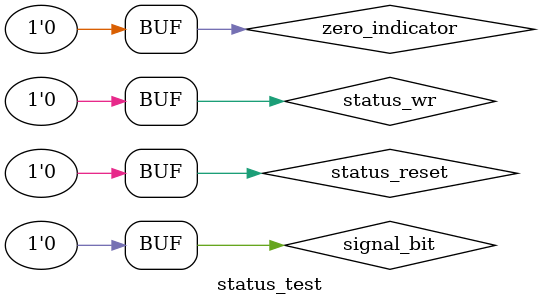
<source format=sv>
`timescale 1 ns / 10 ps

module status_test;

	logic  zero_indicator, signal_bit;
	logic status_reset, status_wr;
	logic clock;
	logic flag_Z, flag_N;

	clock_generator GCLOCK(clock);
	status status0(
		.zero_indicator_in(zero_indicator), 
		.signal_bit_in(signal_bit), 
		.clock(clock), 
		.status_wr(status_wr), 
		.status_reset(status_reset), 
		.flag_Z(flag_Z), 
		.flag_N(flag_N)
	);

	initial
	begin
		zero_indicator = 1'b0; signal_bit = 1'b1; 
		status_wr = 1'b0;
		status_reset = 1'b0;
		#2 status_wr = 1'b1;
		#2 zero_indicator = 1'b1; signal_bit = 1'b0;
		#2 status_wr = 1'b0;
		#2 status_wr = 1'b1;
		#2 zero_indicator = 1'b0; signal_bit = 1'b0;
		#2 status_wr = 1'b0;
		#2 status_wr = 1'b1;
		#2 status_wr = 1'b0;
		#2 status_reset = 1'b1;
		#2 status_reset = 1'b0;
	end
endmodule
</source>
